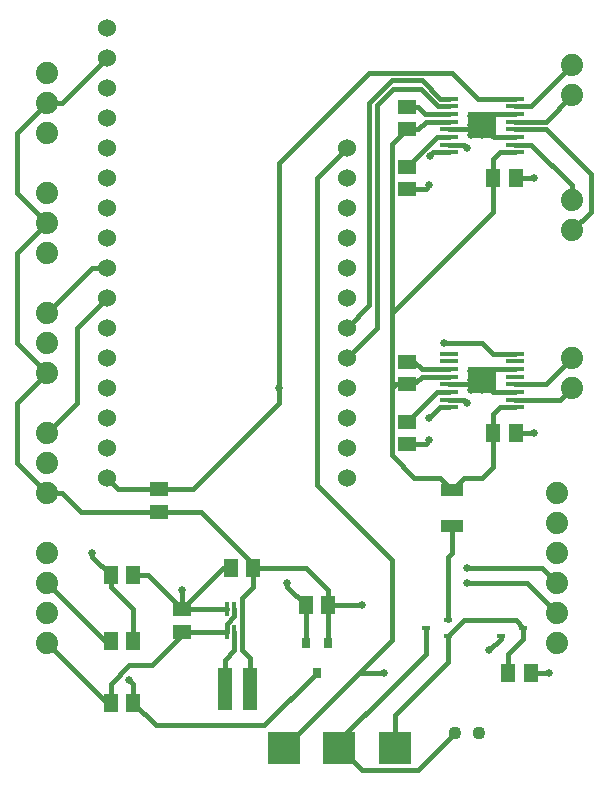
<source format=gbr>
G04 EAGLE Gerber X2 export*
%TF.Part,Single*%
%TF.FileFunction,Copper,L1,Top,Mixed*%
%TF.FilePolarity,Positive*%
%TF.GenerationSoftware,Autodesk,EAGLE,9.1.1*%
%TF.CreationDate,2018-08-07T15:37:49Z*%
G75*
%MOMM*%
%FSLAX34Y34*%
%LPD*%
%AMOC8*
5,1,8,0,0,1.08239X$1,22.5*%
G01*
%ADD10C,1.879600*%
%ADD11R,1.600000X0.300000*%
%ADD12R,2.460000X2.310000*%
%ADD13R,1.500000X1.300000*%
%ADD14R,1.300000X1.500000*%
%ADD15C,1.530000*%
%ADD16R,0.660400X0.914400*%
%ADD17R,1.300000X1.600000*%
%ADD18R,0.355600X1.168400*%
%ADD19R,1.143000X3.556000*%
%ADD20C,1.108000*%
%ADD21R,2.781300X2.781300*%
%ADD22R,1.905000X0.990600*%
%ADD23R,0.685100X0.437100*%
%ADD24C,0.406400*%
%ADD25C,0.654800*%
%ADD26C,0.304800*%
%ADD27C,0.457200*%


D10*
X469900Y127000D03*
X469900Y152400D03*
X469900Y177800D03*
X469900Y203200D03*
X469900Y228600D03*
X469900Y254000D03*
X38100Y355600D03*
X38100Y381000D03*
X38100Y406400D03*
X38100Y254000D03*
X38100Y279400D03*
X38100Y304800D03*
X38100Y558800D03*
X38100Y584200D03*
X38100Y609600D03*
X38100Y457200D03*
X38100Y482600D03*
X38100Y508000D03*
X38100Y127000D03*
X38100Y152400D03*
X38100Y177800D03*
X38100Y203200D03*
D11*
X378400Y326500D03*
X378400Y333000D03*
X378400Y346000D03*
X378400Y339500D03*
X378400Y352500D03*
X378400Y359000D03*
X378400Y365500D03*
X378400Y372000D03*
X434400Y326500D03*
X434400Y333000D03*
X434400Y346000D03*
X434400Y339500D03*
X434400Y352500D03*
X434400Y359000D03*
X434400Y365500D03*
X434400Y372000D03*
D12*
X406400Y349250D03*
D13*
X342900Y365100D03*
X342900Y346100D03*
D14*
X415950Y304800D03*
X434950Y304800D03*
D11*
X378400Y542400D03*
X378400Y548900D03*
X378400Y561900D03*
X378400Y555400D03*
X378400Y568400D03*
X378400Y574900D03*
X378400Y581400D03*
X378400Y587900D03*
X434400Y542400D03*
X434400Y548900D03*
X434400Y561900D03*
X434400Y555400D03*
X434400Y568400D03*
X434400Y574900D03*
X434400Y581400D03*
X434400Y587900D03*
D12*
X406400Y565150D03*
D13*
X342900Y581000D03*
X342900Y562000D03*
D14*
X415950Y520700D03*
X434950Y520700D03*
D15*
X88900Y571500D03*
X88900Y596900D03*
X88900Y622300D03*
X88900Y647700D03*
X88900Y469900D03*
X88900Y495300D03*
X88900Y520700D03*
X88900Y546100D03*
X88900Y368300D03*
X88900Y393700D03*
X88900Y419100D03*
X88900Y444500D03*
X88900Y266700D03*
X88900Y292100D03*
X88900Y317500D03*
X88900Y342900D03*
X292100Y469900D03*
X292100Y495300D03*
X292100Y520700D03*
X292100Y546100D03*
X292100Y368300D03*
X292100Y393700D03*
X292100Y419100D03*
X292100Y444500D03*
X292100Y266700D03*
X292100Y292100D03*
X292100Y317500D03*
X292100Y342900D03*
D14*
X212700Y190500D03*
X193700Y190500D03*
D13*
X152400Y136550D03*
X152400Y155550D03*
D14*
X276200Y158750D03*
X257200Y158750D03*
X92100Y76200D03*
X111100Y76200D03*
D16*
X276200Y126746D03*
X257200Y126746D03*
X266700Y101854D03*
D17*
X92100Y128270D03*
X111100Y128270D03*
X92100Y184150D03*
X111100Y184150D03*
D18*
X203350Y155829D03*
X196850Y155829D03*
X190350Y155829D03*
X190350Y136271D03*
X196850Y136271D03*
X203350Y136271D03*
D19*
X209890Y87630D03*
X188890Y87630D03*
D13*
X342900Y530200D03*
X342900Y511200D03*
X342900Y314300D03*
X342900Y295300D03*
D20*
X403700Y50800D03*
X383700Y50800D03*
D21*
X238760Y38100D03*
X285750Y38100D03*
X332740Y38100D03*
D22*
X381000Y226314D03*
X381000Y256286D03*
D23*
X377875Y133200D03*
X377875Y146200D03*
X358725Y139700D03*
X422225Y146200D03*
X422225Y133200D03*
X441375Y139700D03*
D14*
X447650Y101600D03*
X428650Y101600D03*
D10*
X482600Y501650D03*
X482600Y476250D03*
X482600Y615950D03*
X482600Y590550D03*
X482600Y342900D03*
X482600Y368300D03*
D13*
X133350Y257150D03*
X133350Y238150D03*
D24*
X123800Y184150D02*
X152400Y155550D01*
X123800Y184150D02*
X111100Y184150D01*
X152400Y155550D02*
X187350Y190500D01*
X193700Y190500D01*
X190350Y155829D02*
X152679Y155829D01*
X152400Y155550D01*
X152400Y171450D01*
D25*
X152400Y171450D03*
X415290Y565150D03*
X406400Y573278D03*
X397510Y565150D03*
X415290Y573278D03*
X406400Y565150D03*
X397510Y557022D03*
X415290Y557022D03*
X406400Y557022D03*
X397510Y573278D03*
X397510Y357378D03*
X406400Y357378D03*
X415290Y357378D03*
X415290Y349250D03*
X406400Y349250D03*
X397510Y349250D03*
X397510Y341122D03*
X406400Y341122D03*
D26*
X400050Y341122D01*
D27*
X416912Y555400D02*
X434400Y555400D01*
X416912Y555400D02*
X415290Y557022D01*
X416912Y574900D02*
X434400Y574900D01*
X416912Y574900D02*
X415290Y573278D01*
X406400Y565150D02*
X403150Y561900D01*
X395172Y346000D02*
X378400Y346000D01*
X395172Y346000D02*
X400050Y341122D01*
X416912Y359000D02*
X434400Y359000D01*
X416912Y359000D02*
X415290Y357378D01*
D24*
X358800Y295300D02*
X342900Y295300D01*
X358800Y295300D02*
X361950Y298450D01*
D25*
X361950Y298450D03*
D24*
X358800Y511200D02*
X342900Y511200D01*
X358800Y511200D02*
X361950Y514350D01*
D25*
X361950Y514350D03*
D27*
X434950Y520700D02*
X450850Y520700D01*
D25*
X450850Y520700D03*
D27*
X450850Y304800D02*
X434950Y304800D01*
D25*
X450850Y304800D03*
D27*
X447650Y101600D02*
X463550Y101600D01*
D25*
X463550Y101600D03*
D27*
X434400Y339500D02*
X416150Y339500D01*
X412750Y342900D01*
D24*
X406400Y341122D02*
X406400Y349250D01*
X412750Y342900D01*
X403150Y561900D02*
X378400Y561900D01*
D25*
X415290Y341122D03*
D24*
X457200Y190500D02*
X469900Y177800D01*
D25*
X393700Y190500D03*
D24*
X457200Y190500D01*
X450850Y171450D02*
X469900Y152400D01*
D25*
X393700Y177800D03*
D24*
X444500Y177800D01*
X450850Y171450D01*
X76200Y444500D02*
X38100Y406400D01*
X76200Y444500D02*
X88900Y444500D01*
D27*
X434400Y548900D02*
X448050Y548900D01*
X482600Y514350D02*
X482600Y501650D01*
X482600Y514350D02*
X448050Y548900D01*
X460450Y568400D02*
X482600Y590550D01*
X460450Y568400D02*
X434400Y568400D01*
X434400Y333000D02*
X472700Y333000D01*
X482600Y342900D01*
D24*
X317500Y393700D02*
X292100Y368300D01*
X317500Y582647D02*
X330976Y596124D01*
X317500Y582647D02*
X317500Y393700D01*
X330976Y596124D02*
X354824Y596124D01*
X369547Y581400D02*
X378400Y581400D01*
X369547Y581400D02*
X354824Y596124D01*
X370950Y587900D02*
X378400Y587900D01*
X355600Y603250D02*
X330200Y603250D01*
X311150Y584200D02*
X311150Y412750D01*
X292100Y393700D01*
X370950Y587900D02*
X355600Y603250D01*
X330200Y603250D02*
X311150Y584200D01*
X378400Y548900D02*
X390900Y548900D01*
X393700Y546100D01*
D25*
X393700Y546100D03*
D24*
X378400Y542400D02*
X365118Y542400D01*
X362209Y539491D01*
D25*
X362209Y539491D03*
D24*
X370950Y326500D02*
X378400Y326500D01*
D25*
X361950Y317500D03*
D24*
X370950Y326500D01*
X378400Y333000D02*
X390900Y333000D01*
X393700Y330200D01*
D25*
X393700Y330200D03*
D24*
X92100Y76200D02*
X88900Y76200D01*
X38100Y127000D01*
X92100Y92100D02*
X92100Y76200D01*
X92100Y92100D02*
X107950Y107950D01*
X127000Y107950D01*
X152400Y133350D01*
X152400Y136550D01*
X190071Y136550D01*
X190350Y136271D01*
X190350Y143180D01*
X196850Y149680D02*
X196850Y155829D01*
X196850Y149680D02*
X190350Y143180D01*
X38100Y355600D02*
X12700Y381000D01*
X38100Y355600D02*
X12700Y330200D01*
X12700Y279400D01*
X38100Y254000D01*
X212700Y193700D02*
X212700Y190500D01*
X257179Y190500D01*
X203350Y136271D02*
X203200Y136121D01*
X203350Y155829D02*
X203350Y165250D01*
X212700Y174600D02*
X212700Y190500D01*
X212700Y174600D02*
X203350Y165250D01*
X203350Y155829D02*
X203350Y136271D01*
X12700Y381000D02*
X12700Y450850D01*
X38100Y584200D02*
X50800Y584200D01*
X38100Y584200D02*
X12700Y558800D01*
X12700Y508000D01*
X203200Y136121D02*
X203200Y120650D01*
X209890Y113960D02*
X209890Y87630D01*
X209890Y113960D02*
X203200Y120650D01*
X12700Y450850D02*
X12700Y457200D01*
X38100Y482600D01*
X12700Y508000D01*
X50800Y584200D02*
X88900Y622300D01*
X50800Y254000D02*
X38100Y254000D01*
X66650Y238150D02*
X133350Y238150D01*
X66650Y238150D02*
X50800Y254000D01*
X133350Y238150D02*
X168250Y238150D01*
X212700Y193700D01*
X276200Y158750D02*
X276200Y126746D01*
X276200Y158750D02*
X276200Y171479D01*
X257179Y190500D01*
X276200Y158750D02*
X304800Y158750D01*
D25*
X304800Y158750D03*
D24*
X63500Y330200D02*
X38100Y304800D01*
X63500Y393700D02*
X88900Y419100D01*
X63500Y393700D02*
X63500Y330200D01*
D27*
X434400Y346000D02*
X460300Y346000D01*
X482600Y368300D01*
X448050Y581400D02*
X434400Y581400D01*
X448050Y581400D02*
X482600Y615950D01*
X444500Y561900D02*
X434400Y561900D01*
X444500Y561900D02*
X460450Y561900D01*
X498475Y492125D02*
X482600Y476250D01*
X495300Y527050D02*
X460450Y561900D01*
X495300Y527050D02*
X498475Y523875D01*
X498475Y492125D01*
D24*
X196850Y136271D02*
X196850Y120650D01*
X188890Y112690D01*
X188890Y87630D01*
D27*
X358725Y127000D02*
X358725Y139700D01*
X358725Y127000D02*
X358725Y117425D01*
X285750Y44450D02*
X285750Y38100D01*
X330200Y88900D02*
X358725Y117425D01*
X330200Y88900D02*
X285750Y44450D01*
X285750Y38100D02*
X304800Y19050D01*
X351950Y19050D02*
X383700Y50800D01*
X351950Y19050D02*
X304800Y19050D01*
X234950Y330200D02*
X234950Y342900D01*
X288925Y587375D02*
X292100Y590550D01*
X288925Y587375D02*
X234950Y533400D01*
X234950Y330200D02*
X161900Y257150D01*
X133350Y257150D01*
X415400Y372000D02*
X434400Y372000D01*
X406400Y381000D02*
X374650Y381000D01*
D25*
X374650Y381000D03*
D27*
X406400Y381000D02*
X415400Y372000D01*
D25*
X234950Y342900D03*
D27*
X234950Y374650D02*
X234950Y533400D01*
X234950Y374650D02*
X234950Y342900D01*
D24*
X133350Y257150D02*
X98450Y257150D01*
X88900Y266700D01*
X402700Y587900D02*
X434400Y587900D01*
X402700Y587900D02*
X381000Y609600D01*
X317500Y609600D01*
X311150Y609600D01*
X292100Y590550D01*
D27*
X342900Y581000D02*
X352450Y581000D01*
X358550Y574900D02*
X378400Y574900D01*
X358550Y574900D02*
X352450Y581000D01*
X368100Y555400D02*
X342900Y530200D01*
X368100Y555400D02*
X378400Y555400D01*
X368100Y339500D02*
X342900Y314300D01*
X368100Y339500D02*
X378400Y339500D01*
X349250Y365100D02*
X342900Y365100D01*
X349250Y365100D02*
X355350Y359000D01*
X378400Y359000D01*
D24*
X111100Y155600D02*
X111100Y128270D01*
X111100Y155600D02*
X92100Y174600D01*
D25*
X76200Y203200D03*
D24*
X76200Y200050D01*
X92100Y184150D02*
X92100Y174600D01*
X92100Y184150D02*
X76200Y200050D01*
D25*
X241300Y177800D03*
D24*
X257200Y158750D02*
X257200Y126746D01*
X241300Y174650D02*
X241300Y177800D01*
X241300Y174650D01*
X257200Y158750D01*
X266700Y101854D02*
X221996Y57150D01*
X130150Y57150D02*
X111100Y76200D01*
X130150Y57150D02*
X221996Y57150D01*
X111100Y76200D02*
X111100Y92100D01*
X107950Y95250D01*
D25*
X107950Y95250D03*
D24*
X87630Y128270D02*
X38100Y177800D01*
X87630Y128270D02*
X92100Y128270D01*
D27*
X381000Y203200D02*
X381000Y226314D01*
X377875Y200075D02*
X377875Y146200D01*
X377875Y200075D02*
X381000Y203200D01*
X342900Y346100D02*
X344475Y347675D01*
X355600Y352500D02*
X378400Y352500D01*
X370586Y266700D02*
X381000Y256286D01*
X350775Y347675D02*
X344475Y347675D01*
X350775Y347675D02*
X355600Y352500D01*
X358850Y568400D02*
X378400Y568400D01*
X352450Y562000D02*
X342900Y562000D01*
X352450Y562000D02*
X358850Y568400D01*
X415950Y320700D02*
X415950Y304800D01*
X421750Y326500D02*
X434400Y326500D01*
X421750Y326500D02*
X415950Y320700D01*
X415950Y492150D02*
X415950Y520700D01*
X415950Y536600D01*
X421750Y542400D02*
X434400Y542400D01*
X421750Y542400D02*
X415950Y536600D01*
D24*
X330200Y546100D02*
X330200Y406400D01*
X330200Y342900D01*
D27*
X330200Y406400D02*
X415950Y492150D01*
X342900Y562000D02*
X330200Y549300D01*
X330200Y546100D01*
X330200Y342900D01*
X333400Y346100D02*
X342900Y346100D01*
X333400Y346100D02*
X330200Y342900D01*
X330200Y285750D01*
X349250Y266700D02*
X370586Y266700D01*
X349250Y266700D02*
X330200Y285750D01*
X381000Y256286D02*
X391414Y266700D01*
X406400Y266700D01*
X415950Y276250D01*
X415950Y304800D01*
X330050Y197000D02*
X266700Y260350D01*
X266700Y520700D02*
X292100Y546100D01*
X266700Y520700D02*
X266700Y260350D01*
X302260Y101600D02*
X238760Y38100D01*
D25*
X323850Y101600D03*
D27*
X302260Y101600D01*
D25*
X412750Y120650D03*
D27*
X422225Y130125D01*
X422225Y133200D01*
X330050Y129390D02*
X330050Y197000D01*
X330050Y129390D02*
X302260Y101600D01*
X422225Y146200D02*
X434875Y146200D01*
X441375Y139700D01*
X441375Y130225D01*
X428650Y117500D02*
X428650Y101600D01*
X428650Y117500D02*
X441375Y130225D01*
X332740Y66040D02*
X332740Y38100D01*
X390875Y146200D02*
X422225Y146200D01*
X390875Y146200D02*
X377875Y133200D01*
X377875Y111175D01*
X332740Y66040D01*
M02*

</source>
